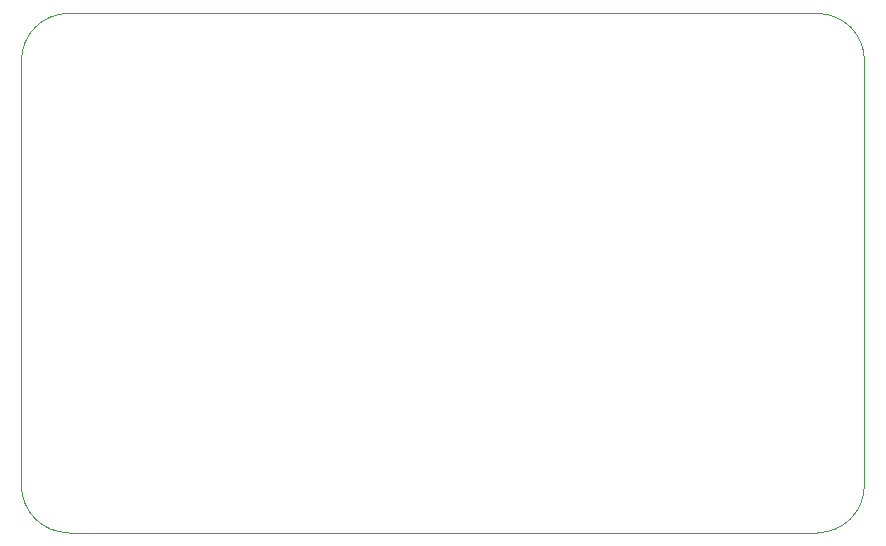
<source format=gbr>
%TF.GenerationSoftware,KiCad,Pcbnew,(5.1.9)-1*%
%TF.CreationDate,2021-10-12T17:07:07+02:00*%
%TF.ProjectId,SolenoidInterconnect,536f6c65-6e6f-4696-9449-6e746572636f,rev?*%
%TF.SameCoordinates,Original*%
%TF.FileFunction,Profile,NP*%
%FSLAX46Y46*%
G04 Gerber Fmt 4.6, Leading zero omitted, Abs format (unit mm)*
G04 Created by KiCad (PCBNEW (5.1.9)-1) date 2021-10-12 17:07:07*
%MOMM*%
%LPD*%
G01*
G04 APERTURE LIST*
%TA.AperFunction,Profile*%
%ADD10C,0.050000*%
%TD*%
G04 APERTURE END LIST*
D10*
X99670000Y-118410000D02*
G75*
G02*
X95670000Y-114410000I0J4000000D01*
G01*
X167040000Y-114410000D02*
G75*
G02*
X163040000Y-118410000I-4000000J0D01*
G01*
X163050000Y-74440000D02*
G75*
G02*
X167050000Y-78440000I0J-4000000D01*
G01*
X95670000Y-78440000D02*
G75*
G02*
X99670000Y-74440000I4000000J0D01*
G01*
X99670000Y-74440000D02*
X163050000Y-74440000D01*
X95670000Y-78440000D02*
X95670000Y-114410000D01*
X167040000Y-114410000D02*
X167050000Y-78440000D01*
X163040000Y-118410000D02*
X99670000Y-118410000D01*
M02*

</source>
